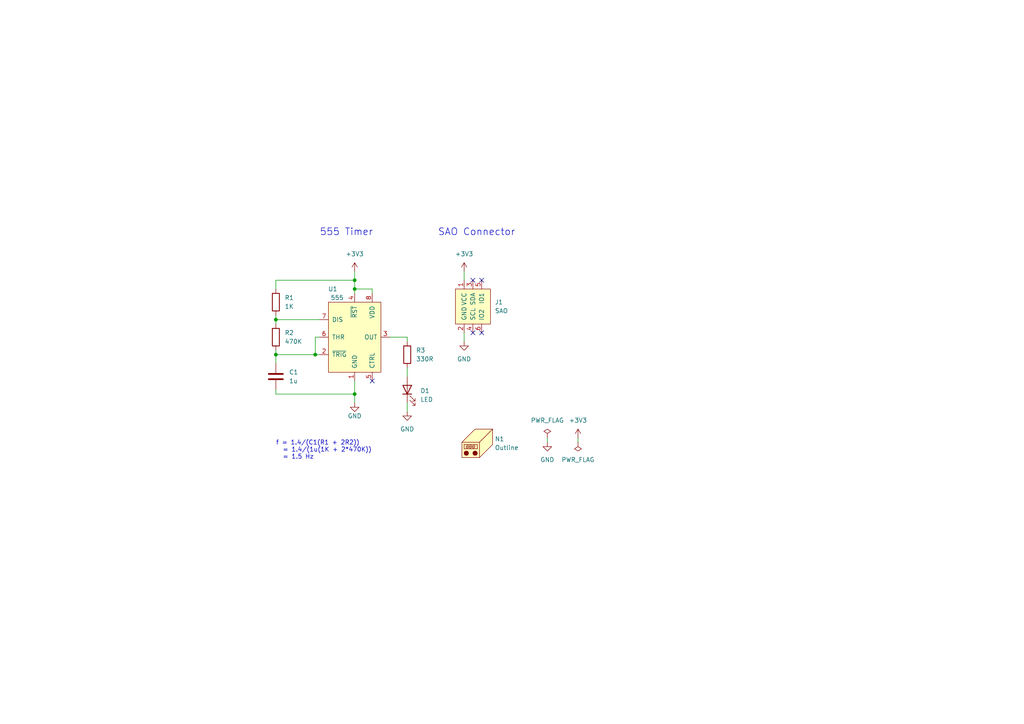
<source format=kicad_sch>
(kicad_sch (version 20230121) (generator eeschema)
  (paper "A4")
  (title_block (title "SAO Workshop Badge") (date "2023-09-06") (rev "0.1") (company "Josh Johnson"))
  (lib_symbols
    (symbol "Device:C" (pin_numbers hide) (pin_names (offset 0.254))
      (property "Reference" "C" (at 0.635 2.54 0))
      (property "Value" "C" (at 0.635 -2.54 0))
      (symbol "C_0_1"
        (polyline (pts (xy -2.032 -0.762) (xy 2.032 -0.762)) (stroke (width 0.508)))
        (polyline (pts (xy -2.032 0.762) (xy 2.032 0.762)) (stroke (width 0.508)))
      )
      (symbol "C_1_1"
        (pin passive line (at 0 3.81 270) (length 2.794) (name "~") (number "1"))
        (pin passive line (at 0 -3.81 90) (length 2.794) (name "~") (number "2"))
      )
    )
    (symbol "Device:LED" (pin_numbers hide) (pin_names (offset 1.016) hide)
      (property "Reference" "D" (at 0 2.54 0))
      (property "Value" "LED" (at 0 -2.54 0))
      (symbol "LED_0_1"
        (polyline (pts (xy -1.27 -1.27) (xy -1.27 1.27)) (stroke (width 0.254)))
        (polyline (pts (xy -1.27 0) (xy 1.27 0)))
        (polyline (pts (xy 1.27 -1.27) (xy 1.27 1.27) (xy -1.27 0) (xy 1.27 -1.27)) (stroke (width 0.254)))
        (polyline (pts (xy -3.048 -0.762) (xy -4.572 -2.286) (xy -3.81 -2.286) (xy -4.572 -2.286) (xy -4.572 -1.524)))
        (polyline (pts (xy -1.778 -0.762) (xy -3.302 -2.286) (xy -2.54 -2.286) (xy -3.302 -2.286) (xy -3.302 -1.524)))
      )
      (symbol "LED_1_1"
        (pin passive line (at -3.81 0 0) (length 2.54) (name "K") (number "1"))
        (pin passive line (at 3.81 0 180) (length 2.54) (name "A") (number "2"))
      )
    )
    (symbol "Device:R" (pin_numbers hide) (pin_names (offset 0))
      (property "Reference" "R" (at 2.032 0 90))
      (property "Value" "R" (at 0 0 90))
      (symbol "R_0_1"
        (rectangle (start -1.016 -2.54) (end 1.016 2.54) (stroke (width 0.254)))
      )
      (symbol "R_1_1"
        (pin passive line (at 0 3.81 270) (length 1.27) (name "~") (number "1"))
        (pin passive line (at 0 -3.81 90) (length 1.27) (name "~") (number "2"))
      )
    )
    (symbol "Mechanical:Housing" (pin_names (offset 1.016))
      (property "Reference" "N" (at 3.81 0 0))
      (property "Value" "Housing" (at 3.81 -1.905 0))
      (symbol "Housing_0_1"
        (rectangle (start -5.08 -0.635) (end -1.27 -1.905))
        (circle (center -4.445 -3.175) (radius 0.635) (fill (type outline)))
        (circle (center -1.905 -3.175) (radius 0.635) (fill (type outline)))
        (polyline (pts (xy -4.5212 -1.5748) (xy -4.4704 -1.3716)))
        (polyline (pts (xy -4.4196 -1.6764) (xy -4.064 -1.6764)))
        (polyline (pts (xy -4.4196 -1.2192) (xy -4.3688 -0.9652)))
        (polyline (pts (xy -4.318 -1.3208) (xy -4.0132 -1.3208)))
        (polyline (pts (xy -4.2164 -0.9144) (xy -3.9116 -0.9144)))
        (polyline (pts (xy -3.9116 -1.6256) (xy -3.8608 -1.3716)))
        (polyline (pts (xy -3.81 -1.2192) (xy -3.7592 -0.9652)))
        (polyline (pts (xy -3.6068 -1.5748) (xy -3.556 -1.3716)))
        (polyline (pts (xy -3.5052 -1.6764) (xy -3.1496 -1.6764)))
        (polyline (pts (xy -3.5052 -1.2192) (xy -3.4544 -0.9652)))
        (polyline (pts (xy -3.4036 -1.3208) (xy -3.0988 -1.3208)))
        (polyline (pts (xy -3.302 -0.9144) (xy -2.9972 -0.9144)))
        (polyline (pts (xy -2.9972 -1.6256) (xy -2.9464 -1.3716)))
        (polyline (pts (xy -2.8956 -1.2192) (xy -2.8448 -0.9652)))
        (polyline (pts (xy -2.6924 -1.5748) (xy -2.6416 -1.3716)))
        (polyline (pts (xy -2.5908 -1.6764) (xy -2.2352 -1.6764)))
        (polyline (pts (xy -2.5908 -1.2192) (xy -2.54 -0.9652)))
        (polyline (pts (xy -2.4892 -1.3208) (xy -2.1844 -1.3208)))
        (polyline (pts (xy -2.3876 -0.9144) (xy -2.0828 -0.9144)))
        (polyline (pts (xy -2.0828 -1.6256) (xy -2.032 -1.3716)))
        (polyline (pts (xy -1.9812 -1.2192) (xy -1.9304 -0.9652)))
        (polyline (pts (xy -0.635 0) (xy -0.635 -4.445)))
        (polyline (pts (xy -5.715 0) (xy -0.635 0) (xy 3.175 3.81)))
        (polyline (pts (xy -5.715 0) (xy -5.715 -4.445) (xy -0.635 -4.445) (xy 3.175 -0.635) (xy 3.175 3.81) (xy -1.905 3.81) (xy -5.715 0)) (fill (type background)))
      )
    )
    (symbol "power:+3V3" (power) (pin_names (offset 0))
      (property "Value" "+3V3" (at 0 3.556 0))
      (symbol "+3V3_0_1"
        (polyline (pts (xy -0.762 1.27) (xy 0 2.54)))
        (polyline (pts (xy 0 0) (xy 0 2.54)))
        (polyline (pts (xy 0 2.54) (xy 0.762 1.27)))
      )
      (symbol "+3V3_1_1"
        (pin power_in line (at 0 0 90) (length 0) hide (name "+3V3") (number "1"))
      )
    )
    (symbol "power:GND" (power) (pin_names (offset 0))
      (property "Value" "GND" (at 0 -3.81 0))
      (symbol "GND_0_1"
        (polyline (pts (xy 0 0) (xy 0 -1.27) (xy 1.27 -1.27) (xy 0 -2.54) (xy -1.27 -1.27) (xy 0 -1.27)))
      )
      (symbol "GND_1_1"
        (pin power_in line (at 0 0 270) (length 0) hide (name "GND") (number "1"))
      )
    )
    (symbol "power:PWR_FLAG" (power) (pin_numbers hide) (pin_names (offset 0) hide)
      (property "Value" "PWR_FLAG" (at 0 3.81 0))
      (symbol "PWR_FLAG_0_0"
        (pin power_out line (at 0 0 90) (length 0) (name "pwr") (number "1"))
      )
      (symbol "PWR_FLAG_0_1"
        (polyline (pts (xy 0 0) (xy 0 1.27) (xy -1.016 1.905) (xy 0 2.54) (xy 1.016 1.905) (xy 0 1.27)))
      )
    )
    (symbol "sao-workshop:555" (pin_names (offset 1.016))
      (property "Reference" "U" (at -7.62 12.7 0))
      (property "Value" "555" (at -7.62 10.16 0))
      (symbol "555_0_1"
        (rectangle (start -7.62 10.16) (end 7.62 -10.16) (fill (type background)))
      )
      (symbol "555_1_1"
        (pin power_in line (at 0 -12.7 90) (length 2.54) (name "GND") (number "1"))
        (pin bidirectional line (at -10.16 -5.08 0) (length 2.54) (name "~{TRIG}") (number "2"))
        (pin bidirectional line (at 10.16 0 180) (length 2.54) (name "OUT") (number "3"))
        (pin bidirectional line (at 0 12.7 270) (length 2.54) (name "~{RST}") (number "4"))
        (pin bidirectional line (at 5.08 -12.7 90) (length 2.54) (name "CTRL") (number "5"))
        (pin bidirectional line (at -10.16 0 0) (length 2.54) (name "THR") (number "6"))
        (pin bidirectional line (at -10.16 5.08 0) (length 2.54) (name "DIS") (number "7"))
        (pin bidirectional line (at 5.08 12.7 270) (length 2.54) (name "VDD") (number "8"))
      )
    )
    (symbol "sao-workshop:SAO" (pin_names (offset 1.016))
      (property "Reference" "J" (at -7.62 5.08 0))
      (property "Value" "SAO" (at -5.08 2.54 0))
      (symbol "SAO_0_1"
        (rectangle (start -5.08 5.08) (end 5.08 -5.08) (fill (type background)))
      )
      (symbol "SAO_1_1"
        (pin power_in line (at -2.54 7.62 270) (length 2.54) (name "VCC") (number "1"))
        (pin power_in line (at -2.54 -7.62 90) (length 2.54) (name "GND") (number "2"))
        (pin bidirectional line (at 0 7.62 270) (length 2.54) (name "SDA") (number "3"))
        (pin bidirectional line (at 0 -7.62 90) (length 2.54) (name "SCL") (number "4"))
        (pin power_in line (at 2.54 7.62 270) (length 2.54) (name "IO1") (number "5"))
        (pin bidirectional line (at 2.54 -7.62 90) (length 2.54) (name "IO2") (number "6"))
      )
    )
  )
  (junction (at 102.87 114.3))
  (junction (at 80.01 92.71))
  (junction (at 102.87 81.28))
  (junction (at 80.01 102.87))
  (junction (at 91.44 102.87))
  (junction (at 102.87 83.82))
  (no_connect (at 137.16 81.28))
  (no_connect (at 139.7 96.52))
  (no_connect (at 107.95 110.49))
  (no_connect (at 137.16 96.52))
  (no_connect (at 139.7 81.28))
  (wire (pts (xy 80.01 102.87) (xy 80.01 105.41)))
  (wire (pts (xy 118.11 106.68) (xy 118.11 109.22)))
  (wire (pts (xy 118.11 116.84) (xy 118.11 119.38)))
  (wire (pts (xy 102.87 81.28) (xy 80.01 81.28)))
  (wire (pts (xy 80.01 101.6) (xy 80.01 102.87)))
  (wire (pts (xy 91.44 102.87) (xy 92.71 102.87)))
  (wire (pts (xy 113.03 97.79) (xy 118.11 97.79)))
  (wire (pts (xy 91.44 97.79) (xy 91.44 102.87)))
  (wire (pts (xy 134.62 78.74) (xy 134.62 81.28)))
  (wire (pts (xy 80.01 92.71) (xy 80.01 93.98)))
  (wire (pts (xy 158.75 127) (xy 158.75 128.27)))
  (wire (pts (xy 102.87 78.74) (xy 102.87 81.28)))
  (wire (pts (xy 80.01 114.3) (xy 102.87 114.3)))
  (wire (pts (xy 102.87 110.49) (xy 102.87 114.3)))
  (wire (pts (xy 80.01 81.28) (xy 80.01 83.82)))
  (wire (pts (xy 102.87 81.28) (xy 102.87 83.82)))
  (wire (pts (xy 118.11 99.06) (xy 118.11 97.79)))
  (wire (pts (xy 102.87 83.82) (xy 102.87 85.09)))
  (wire (pts (xy 107.95 85.09) (xy 107.95 83.82)))
  (wire (pts (xy 102.87 83.82) (xy 107.95 83.82)))
  (wire (pts (xy 92.71 97.79) (xy 91.44 97.79)))
  (wire (pts (xy 80.01 113.03) (xy 80.01 114.3)))
  (wire (pts (xy 80.01 92.71) (xy 92.71 92.71)))
  (wire (pts (xy 80.01 102.87) (xy 91.44 102.87)))
  (wire (pts (xy 80.01 91.44) (xy 80.01 92.71)))
  (wire (pts (xy 167.64 128.27) (xy 167.64 127)))
  (wire (pts (xy 102.87 114.3) (xy 102.87 116.84)))
  (wire (pts (xy 134.62 96.52) (xy 134.62 99.06)))
  (text "555 Timer" (at 92.71 68.58 0) (effects (font (size 2 2)) (justify left bottom)))
  (text "SAO Connector" (at 127 68.58 0) (effects (font (size 2 2)) (justify left bottom)))
  (text "f = 1.4/(C1(R1 + 2R2))\n  = 1.4/(1u(1K + 2*470K))\n  = 1.5 Hz" (at 80.01 133.35 0) (effects (font (size 1.27 1.27)) (justify left bottom)))
  (symbol (lib_id "Device:R") (at 118.11 102.87 0) (unit 1)
    (property "Reference" "R3" (at 120.65 101.6 0) (effects (justify left)))
    (property "Value" "330R" (at 120.65 104.14 0) (effects (justify left)))
    (property "Footprint" "Resistor_SMD:R_1206_3216Metric_Pad1.30x1.75mm_HandSolder" (effects hide))
  )
  (symbol (lib_id "power:+3V3") (at 134.62 78.74 0) (unit 1)
    (property "Reference" "#PWR04" (effects hide))
    (property "Value" "+3V3" (at 134.62 73.66 0))
  )
  (symbol (lib_id "Device:R") (at 80.01 97.79 0) (unit 1)
    (property "Reference" "R2" (at 82.55 96.52 0) (effects (justify left)))
    (property "Value" "470K" (at 82.55 99.06 0) (effects (justify left)))
    (property "Footprint" "Resistor_SMD:R_1206_3216Metric_Pad1.30x1.75mm_HandSolder" (effects hide))
  )
  (symbol (lib_id "Device:R") (at 80.01 87.63 0) (unit 1)
    (property "Reference" "R1" (at 82.55 86.36 0) (effects (justify left)))
    (property "Value" "1K" (at 82.55 88.9 0) (effects (justify left)))
    (property "Footprint" "Resistor_SMD:R_1206_3216Metric_Pad1.30x1.75mm_HandSolder" (effects hide))
  )
  (symbol (lib_id "power:GND") (at 158.75 128.27 0) (unit 1)
    (property "Reference" "#PWR06" (effects hide))
    (property "Value" "GND" (at 158.75 133.35 0))
  )
  (symbol (lib_id "power:GND") (at 118.11 119.38 0) (unit 1)
    (property "Reference" "#PWR03" (effects hide))
    (property "Value" "GND" (at 118.11 124.46 0))
  )
  (symbol (lib_id "Mechanical:Housing") (at 139.7 128.27 0) (unit 1)
    (property "Reference" "N1" (at 143.51 127.3175 0) (effects (justify left)))
    (property "Value" "Outline" (at 143.51 129.8575 0) (effects (justify left)))
    (property "Footprint" "sao-workshop:magpie_outline" (effects hide))
  )
  (symbol (lib_id "power:+3V3") (at 102.87 78.74 0) (unit 1)
    (property "Reference" "#PWR01" (effects hide))
    (property "Value" "+3V3" (at 102.87 73.66 0))
  )
  (symbol (lib_id "Device:C") (at 80.01 109.22 0) (unit 1)
    (property "Reference" "C1" (at 83.82 107.95 0) (effects (justify left)))
    (property "Value" "1u" (at 83.82 110.49 0) (effects (justify left)))
    (property "Footprint" "Capacitor_SMD:C_1206_3216Metric_Pad1.33x1.80mm_HandSolder" (effects hide))
  )
  (symbol (lib_id "sao-workshop:SAO") (at 137.16 88.9 0) (unit 1)
    (property "Reference" "J1" (at 143.51 87.63 0) (effects (justify left)))
    (property "Value" "SAO" (at 143.51 90.17 0) (effects (justify left)))
    (property "Footprint" "Connector_IDC:IDC-Header_2x03_P2.54mm_Vertical" (effects hide))
  )
  (symbol (lib_id "sao-workshop:555") (at 102.87 97.79 0) (unit 1)
    (property "Reference" "U1" (at 96.52 83.82 0))
    (property "Value" "555" (at 97.79 86.36 0))
    (property "Footprint" "Package_SO:SOIC-8_3.9x4.9mm_P1.27mm" (effects hide))
  )
  (symbol (lib_id "Device:LED") (at 118.11 113.03 90) (unit 1)
    (property "Reference" "D1" (at 121.92 113.3475 90) (effects (justify right)))
    (property "Value" "LED" (at 121.92 115.8875 90) (effects (justify right)))
    (property "Footprint" "LED_THT:LED_D5.0mm" (effects hide))
  )
  (symbol (lib_id "power:PWR_FLAG") (at 158.75 127 0) (unit 1)
    (property "Reference" "#FLG01" (effects hide))
    (property "Value" "PWR_FLAG" (at 158.75 121.92 0))
  )
  (symbol (lib_id "power:GND") (at 102.87 116.84 0) (unit 1)
    (property "Reference" "#PWR02" (effects hide))
    (property "Value" "GND" (at 102.87 120.65 0))
  )
  (symbol (lib_id "power:GND") (at 134.62 99.06 0) (unit 1)
    (property "Reference" "#PWR05" (effects hide))
    (property "Value" "GND" (at 134.62 104.14 0))
  )
  (symbol (lib_id "power:PWR_FLAG") (at 167.64 128.27 180) (unit 1)
    (property "Reference" "#FLG02" (effects hide))
    (property "Value" "PWR_FLAG" (at 167.64 133.35 0))
  )
  (symbol (lib_id "power:+3V3") (at 167.64 127 0) (unit 1)
    (property "Reference" "#PWR07" (effects hide))
    (property "Value" "+3V3" (at 167.64 121.92 0))
  )
)
</source>
